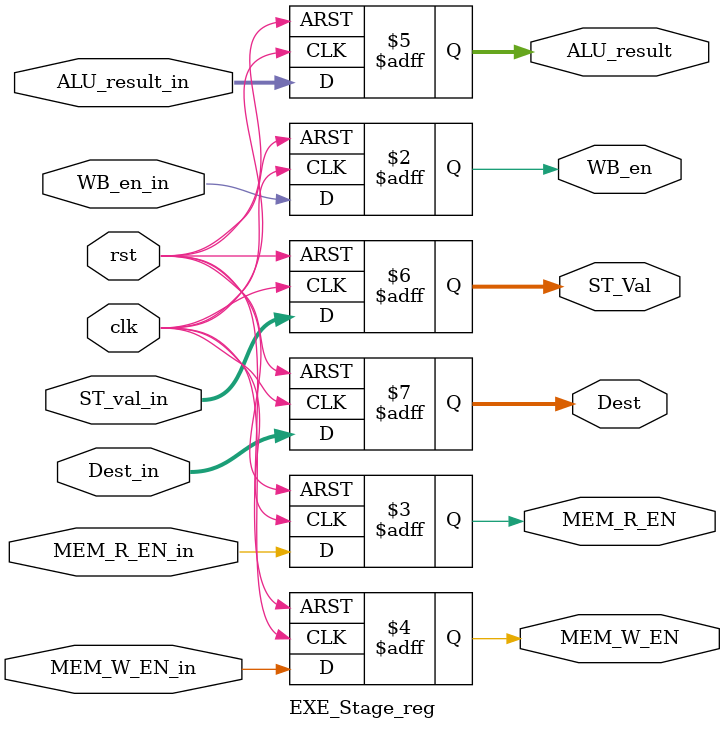
<source format=v>
module EXE_Stage_reg
	(
		input clk,
		input rst,
		input WB_en_in,
		//MEM_Signals
		input MEM_R_EN_in,
		input MEM_W_EN_in,

		input [31:0] ALU_result_in,
		input [31:0] ST_val_in,
		input [4:0] Dest_in,

		output reg WB_en,
		//MEM Signals
		output reg MEM_R_EN,
		output reg MEM_W_EN,
		output reg [31:0] ALU_result,
		output reg [31:0] ST_Val,
		output reg [4:0] Dest
	);

	always@(posedge clk or posedge rst)
	begin
		if(rst)
		begin
			WB_en <= 0;
			MEM_R_EN <= 0;
			MEM_W_EN <= 0;
			ALU_result <= 0;
			ST_Val <= 0;
			Dest <= 0;
		end
		else begin
			WB_en <= WB_en_in;
			MEM_R_EN <= MEM_R_EN_in;
			MEM_W_EN <= MEM_W_EN_in;
			ALU_result <= ALU_result_in;
			ST_Val <= ST_val_in;
			Dest <= Dest_in;
		end
	end
endmodule
</source>
